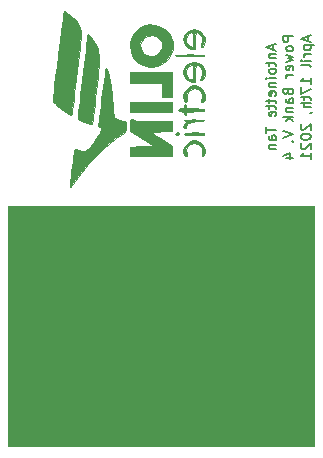
<source format=gbo>
G04 #@! TF.GenerationSoftware,KiCad,Pcbnew,5.1.9-73d0e3b20d~88~ubuntu20.04.1*
G04 #@! TF.CreationDate,2021-04-17T15:17:50-04:00*
G04 #@! TF.ProjectId,Antoinette_PowerBank,416e746f-696e-4657-9474-655f506f7765,rev?*
G04 #@! TF.SameCoordinates,Original*
G04 #@! TF.FileFunction,Legend,Bot*
G04 #@! TF.FilePolarity,Positive*
%FSLAX46Y46*%
G04 Gerber Fmt 4.6, Leading zero omitted, Abs format (unit mm)*
G04 Created by KiCad (PCBNEW 5.1.9-73d0e3b20d~88~ubuntu20.04.1) date 2021-04-17 15:17:50*
%MOMM*%
%LPD*%
G01*
G04 APERTURE LIST*
%ADD10C,0.100000*%
%ADD11C,0.200000*%
%ADD12C,0.010000*%
G04 APERTURE END LIST*
D10*
G36*
X98044000Y-71628000D02*
G01*
X72136000Y-71628000D01*
X72136000Y-51308000D01*
X98044000Y-51308000D01*
X98044000Y-71628000D01*
G37*
X98044000Y-71628000D02*
X72136000Y-71628000D01*
X72136000Y-51308000D01*
X98044000Y-51308000D01*
X98044000Y-71628000D01*
D11*
X94538966Y-37642957D02*
X94538966Y-38047719D01*
X94781823Y-37562004D02*
X93931823Y-37845338D01*
X94781823Y-38128671D01*
X94215157Y-38412004D02*
X94781823Y-38412004D01*
X94296109Y-38412004D02*
X94255633Y-38452480D01*
X94215157Y-38533433D01*
X94215157Y-38654861D01*
X94255633Y-38735814D01*
X94336585Y-38776290D01*
X94781823Y-38776290D01*
X94215157Y-39059623D02*
X94215157Y-39383433D01*
X93931823Y-39181052D02*
X94660395Y-39181052D01*
X94741347Y-39221528D01*
X94781823Y-39302480D01*
X94781823Y-39383433D01*
X94781823Y-39788195D02*
X94741347Y-39707242D01*
X94700871Y-39666766D01*
X94619919Y-39626290D01*
X94377061Y-39626290D01*
X94296109Y-39666766D01*
X94255633Y-39707242D01*
X94215157Y-39788195D01*
X94215157Y-39909623D01*
X94255633Y-39990576D01*
X94296109Y-40031052D01*
X94377061Y-40071528D01*
X94619919Y-40071528D01*
X94700871Y-40031052D01*
X94741347Y-39990576D01*
X94781823Y-39909623D01*
X94781823Y-39788195D01*
X94781823Y-40435814D02*
X94215157Y-40435814D01*
X93931823Y-40435814D02*
X93972300Y-40395338D01*
X94012776Y-40435814D01*
X93972300Y-40476290D01*
X93931823Y-40435814D01*
X94012776Y-40435814D01*
X94215157Y-40840576D02*
X94781823Y-40840576D01*
X94296109Y-40840576D02*
X94255633Y-40881052D01*
X94215157Y-40962004D01*
X94215157Y-41083433D01*
X94255633Y-41164385D01*
X94336585Y-41204861D01*
X94781823Y-41204861D01*
X94741347Y-41933433D02*
X94781823Y-41852480D01*
X94781823Y-41690576D01*
X94741347Y-41609623D01*
X94660395Y-41569147D01*
X94336585Y-41569147D01*
X94255633Y-41609623D01*
X94215157Y-41690576D01*
X94215157Y-41852480D01*
X94255633Y-41933433D01*
X94336585Y-41973909D01*
X94417538Y-41973909D01*
X94498490Y-41569147D01*
X94215157Y-42216766D02*
X94215157Y-42540576D01*
X93931823Y-42338195D02*
X94660395Y-42338195D01*
X94741347Y-42378671D01*
X94781823Y-42459623D01*
X94781823Y-42540576D01*
X94215157Y-42702480D02*
X94215157Y-43026290D01*
X93931823Y-42823909D02*
X94660395Y-42823909D01*
X94741347Y-42864385D01*
X94781823Y-42945338D01*
X94781823Y-43026290D01*
X94741347Y-43633433D02*
X94781823Y-43552480D01*
X94781823Y-43390576D01*
X94741347Y-43309623D01*
X94660395Y-43269147D01*
X94336585Y-43269147D01*
X94255633Y-43309623D01*
X94215157Y-43390576D01*
X94215157Y-43552480D01*
X94255633Y-43633433D01*
X94336585Y-43673909D01*
X94417538Y-43673909D01*
X94498490Y-43269147D01*
X93931823Y-44564385D02*
X93931823Y-45050100D01*
X94781823Y-44807242D02*
X93931823Y-44807242D01*
X94781823Y-45697719D02*
X94336585Y-45697719D01*
X94255633Y-45657242D01*
X94215157Y-45576290D01*
X94215157Y-45414385D01*
X94255633Y-45333433D01*
X94741347Y-45697719D02*
X94781823Y-45616766D01*
X94781823Y-45414385D01*
X94741347Y-45333433D01*
X94660395Y-45292957D01*
X94579442Y-45292957D01*
X94498490Y-45333433D01*
X94458014Y-45414385D01*
X94458014Y-45616766D01*
X94417538Y-45697719D01*
X94215157Y-46102480D02*
X94781823Y-46102480D01*
X94296109Y-46102480D02*
X94255633Y-46142957D01*
X94215157Y-46223909D01*
X94215157Y-46345338D01*
X94255633Y-46426290D01*
X94336585Y-46466766D01*
X94781823Y-46466766D01*
X96256823Y-36914385D02*
X95406823Y-36914385D01*
X95406823Y-37238195D01*
X95447300Y-37319147D01*
X95487776Y-37359623D01*
X95568728Y-37400100D01*
X95690157Y-37400100D01*
X95771109Y-37359623D01*
X95811585Y-37319147D01*
X95852061Y-37238195D01*
X95852061Y-36914385D01*
X96256823Y-37885814D02*
X96216347Y-37804861D01*
X96175871Y-37764385D01*
X96094919Y-37723909D01*
X95852061Y-37723909D01*
X95771109Y-37764385D01*
X95730633Y-37804861D01*
X95690157Y-37885814D01*
X95690157Y-38007242D01*
X95730633Y-38088195D01*
X95771109Y-38128671D01*
X95852061Y-38169147D01*
X96094919Y-38169147D01*
X96175871Y-38128671D01*
X96216347Y-38088195D01*
X96256823Y-38007242D01*
X96256823Y-37885814D01*
X95690157Y-38452480D02*
X96256823Y-38614385D01*
X95852061Y-38776290D01*
X96256823Y-38938195D01*
X95690157Y-39100100D01*
X96216347Y-39747719D02*
X96256823Y-39666766D01*
X96256823Y-39504861D01*
X96216347Y-39423909D01*
X96135395Y-39383433D01*
X95811585Y-39383433D01*
X95730633Y-39423909D01*
X95690157Y-39504861D01*
X95690157Y-39666766D01*
X95730633Y-39747719D01*
X95811585Y-39788195D01*
X95892538Y-39788195D01*
X95973490Y-39383433D01*
X96256823Y-40152480D02*
X95690157Y-40152480D01*
X95852061Y-40152480D02*
X95771109Y-40192957D01*
X95730633Y-40233433D01*
X95690157Y-40314385D01*
X95690157Y-40395338D01*
X95811585Y-41609623D02*
X95852061Y-41731052D01*
X95892538Y-41771528D01*
X95973490Y-41812004D01*
X96094919Y-41812004D01*
X96175871Y-41771528D01*
X96216347Y-41731052D01*
X96256823Y-41650100D01*
X96256823Y-41326290D01*
X95406823Y-41326290D01*
X95406823Y-41609623D01*
X95447300Y-41690576D01*
X95487776Y-41731052D01*
X95568728Y-41771528D01*
X95649680Y-41771528D01*
X95730633Y-41731052D01*
X95771109Y-41690576D01*
X95811585Y-41609623D01*
X95811585Y-41326290D01*
X96256823Y-42540576D02*
X95811585Y-42540576D01*
X95730633Y-42500100D01*
X95690157Y-42419147D01*
X95690157Y-42257242D01*
X95730633Y-42176290D01*
X96216347Y-42540576D02*
X96256823Y-42459623D01*
X96256823Y-42257242D01*
X96216347Y-42176290D01*
X96135395Y-42135814D01*
X96054442Y-42135814D01*
X95973490Y-42176290D01*
X95933014Y-42257242D01*
X95933014Y-42459623D01*
X95892538Y-42540576D01*
X95690157Y-42945338D02*
X96256823Y-42945338D01*
X95771109Y-42945338D02*
X95730633Y-42985814D01*
X95690157Y-43066766D01*
X95690157Y-43188195D01*
X95730633Y-43269147D01*
X95811585Y-43309623D01*
X96256823Y-43309623D01*
X96256823Y-43714385D02*
X95406823Y-43714385D01*
X95933014Y-43795338D02*
X96256823Y-44038195D01*
X95690157Y-44038195D02*
X96013966Y-43714385D01*
X95406823Y-44928671D02*
X96256823Y-45212004D01*
X95406823Y-45495338D01*
X96175871Y-45778671D02*
X96216347Y-45819147D01*
X96256823Y-45778671D01*
X96216347Y-45738195D01*
X96175871Y-45778671D01*
X96256823Y-45778671D01*
X95690157Y-47195338D02*
X96256823Y-47195338D01*
X95366347Y-46992957D02*
X95973490Y-46790576D01*
X95973490Y-47316766D01*
X97488966Y-36894147D02*
X97488966Y-37298909D01*
X97731823Y-36813195D02*
X96881823Y-37096528D01*
X97731823Y-37379861D01*
X97165157Y-37663195D02*
X98015157Y-37663195D01*
X97205633Y-37663195D02*
X97165157Y-37744147D01*
X97165157Y-37906052D01*
X97205633Y-37987004D01*
X97246109Y-38027480D01*
X97327061Y-38067957D01*
X97569919Y-38067957D01*
X97650871Y-38027480D01*
X97691347Y-37987004D01*
X97731823Y-37906052D01*
X97731823Y-37744147D01*
X97691347Y-37663195D01*
X97731823Y-38432242D02*
X97165157Y-38432242D01*
X97327061Y-38432242D02*
X97246109Y-38472719D01*
X97205633Y-38513195D01*
X97165157Y-38594147D01*
X97165157Y-38675100D01*
X97731823Y-38958433D02*
X97165157Y-38958433D01*
X96881823Y-38958433D02*
X96922300Y-38917957D01*
X96962776Y-38958433D01*
X96922300Y-38998909D01*
X96881823Y-38958433D01*
X96962776Y-38958433D01*
X97731823Y-39484623D02*
X97691347Y-39403671D01*
X97610395Y-39363195D01*
X96881823Y-39363195D01*
X97731823Y-40901290D02*
X97731823Y-40415576D01*
X97731823Y-40658433D02*
X96881823Y-40658433D01*
X97003252Y-40577480D01*
X97084204Y-40496528D01*
X97124680Y-40415576D01*
X96881823Y-41184623D02*
X96881823Y-41751290D01*
X97731823Y-41387004D01*
X97165157Y-41953671D02*
X97165157Y-42277480D01*
X96881823Y-42075100D02*
X97610395Y-42075100D01*
X97691347Y-42115576D01*
X97731823Y-42196528D01*
X97731823Y-42277480D01*
X97731823Y-42560814D02*
X96881823Y-42560814D01*
X97731823Y-42925100D02*
X97286585Y-42925100D01*
X97205633Y-42884623D01*
X97165157Y-42803671D01*
X97165157Y-42682242D01*
X97205633Y-42601290D01*
X97246109Y-42560814D01*
X97691347Y-43370338D02*
X97731823Y-43370338D01*
X97812776Y-43329861D01*
X97853252Y-43289385D01*
X96962776Y-44341766D02*
X96922300Y-44382242D01*
X96881823Y-44463195D01*
X96881823Y-44665576D01*
X96922300Y-44746528D01*
X96962776Y-44787004D01*
X97043728Y-44827480D01*
X97124680Y-44827480D01*
X97246109Y-44787004D01*
X97731823Y-44301290D01*
X97731823Y-44827480D01*
X96881823Y-45353671D02*
X96881823Y-45434623D01*
X96922300Y-45515576D01*
X96962776Y-45556052D01*
X97043728Y-45596528D01*
X97205633Y-45637004D01*
X97408014Y-45637004D01*
X97569919Y-45596528D01*
X97650871Y-45556052D01*
X97691347Y-45515576D01*
X97731823Y-45434623D01*
X97731823Y-45353671D01*
X97691347Y-45272719D01*
X97650871Y-45232242D01*
X97569919Y-45191766D01*
X97408014Y-45151290D01*
X97205633Y-45151290D01*
X97043728Y-45191766D01*
X96962776Y-45232242D01*
X96922300Y-45272719D01*
X96881823Y-45353671D01*
X96962776Y-45960814D02*
X96922300Y-46001290D01*
X96881823Y-46082242D01*
X96881823Y-46284623D01*
X96922300Y-46365576D01*
X96962776Y-46406052D01*
X97043728Y-46446528D01*
X97124680Y-46446528D01*
X97246109Y-46406052D01*
X97731823Y-45920338D01*
X97731823Y-46446528D01*
X97731823Y-47256052D02*
X97731823Y-46770338D01*
X97731823Y-47013195D02*
X96881823Y-47013195D01*
X97003252Y-46932242D01*
X97084204Y-46851290D01*
X97124680Y-46770338D01*
D12*
G36*
X86978934Y-37276732D02*
G01*
X87093067Y-37622509D01*
X87312087Y-37875809D01*
X87604444Y-38005164D01*
X87719388Y-38015333D01*
X87968667Y-38015333D01*
X87968667Y-37295667D01*
X87980317Y-36899570D01*
X88021379Y-36660076D01*
X88101013Y-36565671D01*
X88228384Y-36604839D01*
X88400119Y-36753452D01*
X88521888Y-36985004D01*
X88542331Y-37301081D01*
X88459276Y-37648942D01*
X88438977Y-37697833D01*
X88424126Y-37819144D01*
X88505962Y-37846000D01*
X88620792Y-37767320D01*
X88718556Y-37554893D01*
X88726215Y-37528500D01*
X88792132Y-37268374D01*
X88802217Y-37097496D01*
X88749136Y-36942876D01*
X88650214Y-36771903D01*
X88422892Y-36493655D01*
X88142159Y-36353512D01*
X87838766Y-36322000D01*
X87643122Y-36349684D01*
X87643122Y-36576000D01*
X87723363Y-36594661D01*
X87770469Y-36673661D01*
X87792935Y-36847525D01*
X87799253Y-37150776D01*
X87799333Y-37211000D01*
X87794637Y-37514550D01*
X87782214Y-37739090D01*
X87764565Y-37843233D01*
X87760984Y-37846000D01*
X87664183Y-37814619D01*
X87504954Y-37746818D01*
X87314076Y-37585471D01*
X87215274Y-37349515D01*
X87203139Y-37084777D01*
X87272264Y-36837083D01*
X87417241Y-36652261D01*
X87632661Y-36576136D01*
X87643122Y-36576000D01*
X87643122Y-36349684D01*
X87597962Y-36356075D01*
X87382735Y-36480793D01*
X87229702Y-36620697D01*
X87050198Y-36817031D01*
X86971671Y-36975944D01*
X86966371Y-37170032D01*
X86978934Y-37276732D01*
G37*
X86978934Y-37276732D02*
X87093067Y-37622509D01*
X87312087Y-37875809D01*
X87604444Y-38005164D01*
X87719388Y-38015333D01*
X87968667Y-38015333D01*
X87968667Y-37295667D01*
X87980317Y-36899570D01*
X88021379Y-36660076D01*
X88101013Y-36565671D01*
X88228384Y-36604839D01*
X88400119Y-36753452D01*
X88521888Y-36985004D01*
X88542331Y-37301081D01*
X88459276Y-37648942D01*
X88438977Y-37697833D01*
X88424126Y-37819144D01*
X88505962Y-37846000D01*
X88620792Y-37767320D01*
X88718556Y-37554893D01*
X88726215Y-37528500D01*
X88792132Y-37268374D01*
X88802217Y-37097496D01*
X88749136Y-36942876D01*
X88650214Y-36771903D01*
X88422892Y-36493655D01*
X88142159Y-36353512D01*
X87838766Y-36322000D01*
X87643122Y-36349684D01*
X87643122Y-36576000D01*
X87723363Y-36594661D01*
X87770469Y-36673661D01*
X87792935Y-36847525D01*
X87799253Y-37150776D01*
X87799333Y-37211000D01*
X87794637Y-37514550D01*
X87782214Y-37739090D01*
X87764565Y-37843233D01*
X87760984Y-37846000D01*
X87664183Y-37814619D01*
X87504954Y-37746818D01*
X87314076Y-37585471D01*
X87215274Y-37349515D01*
X87203139Y-37084777D01*
X87272264Y-36837083D01*
X87417241Y-36652261D01*
X87632661Y-36576136D01*
X87643122Y-36576000D01*
X87643122Y-36349684D01*
X87597962Y-36356075D01*
X87382735Y-36480793D01*
X87229702Y-36620697D01*
X87050198Y-36817031D01*
X86971671Y-36975944D01*
X86966371Y-37170032D01*
X86978934Y-37276732D01*
G36*
X87022188Y-40231462D02*
G01*
X87197753Y-40479339D01*
X87430749Y-40685677D01*
X87672244Y-40800224D01*
X87748533Y-40809333D01*
X87968667Y-40809333D01*
X87968667Y-40047333D01*
X87978109Y-39660814D01*
X88004977Y-39401656D01*
X88047079Y-39288716D01*
X88057182Y-39285333D01*
X88172111Y-39340402D01*
X88334840Y-39474820D01*
X88353515Y-39493151D01*
X88521031Y-39770528D01*
X88556931Y-40097349D01*
X88456221Y-40410624D01*
X88429532Y-40451828D01*
X88345174Y-40587681D01*
X88366057Y-40635162D01*
X88433852Y-40640000D01*
X88544565Y-40568132D01*
X88666142Y-40392418D01*
X88766064Y-40172691D01*
X88811810Y-39968788D01*
X88812019Y-39944219D01*
X88777827Y-39797352D01*
X88698737Y-39582977D01*
X88687774Y-39557331D01*
X88490025Y-39277364D01*
X88218379Y-39118636D01*
X87907520Y-39072448D01*
X87692948Y-39111673D01*
X87692948Y-39290495D01*
X87762950Y-39401388D01*
X87794319Y-39659088D01*
X87799333Y-39920333D01*
X87794742Y-40246512D01*
X87775308Y-40438001D01*
X87732538Y-40529325D01*
X87657937Y-40555008D01*
X87643122Y-40555333D01*
X87424172Y-40483308D01*
X87272701Y-40298125D01*
X87199314Y-40046124D01*
X87214617Y-39773643D01*
X87329217Y-39527022D01*
X87391965Y-39457965D01*
X87573043Y-39313618D01*
X87692948Y-39290495D01*
X87692948Y-39111673D01*
X87592137Y-39130103D01*
X87306916Y-39282905D01*
X87086544Y-39522155D01*
X86965708Y-39839158D01*
X86952983Y-39992300D01*
X87022188Y-40231462D01*
G37*
X87022188Y-40231462D02*
X87197753Y-40479339D01*
X87430749Y-40685677D01*
X87672244Y-40800224D01*
X87748533Y-40809333D01*
X87968667Y-40809333D01*
X87968667Y-40047333D01*
X87978109Y-39660814D01*
X88004977Y-39401656D01*
X88047079Y-39288716D01*
X88057182Y-39285333D01*
X88172111Y-39340402D01*
X88334840Y-39474820D01*
X88353515Y-39493151D01*
X88521031Y-39770528D01*
X88556931Y-40097349D01*
X88456221Y-40410624D01*
X88429532Y-40451828D01*
X88345174Y-40587681D01*
X88366057Y-40635162D01*
X88433852Y-40640000D01*
X88544565Y-40568132D01*
X88666142Y-40392418D01*
X88766064Y-40172691D01*
X88811810Y-39968788D01*
X88812019Y-39944219D01*
X88777827Y-39797352D01*
X88698737Y-39582977D01*
X88687774Y-39557331D01*
X88490025Y-39277364D01*
X88218379Y-39118636D01*
X87907520Y-39072448D01*
X87692948Y-39111673D01*
X87692948Y-39290495D01*
X87762950Y-39401388D01*
X87794319Y-39659088D01*
X87799333Y-39920333D01*
X87794742Y-40246512D01*
X87775308Y-40438001D01*
X87732538Y-40529325D01*
X87657937Y-40555008D01*
X87643122Y-40555333D01*
X87424172Y-40483308D01*
X87272701Y-40298125D01*
X87199314Y-40046124D01*
X87214617Y-39773643D01*
X87329217Y-39527022D01*
X87391965Y-39457965D01*
X87573043Y-39313618D01*
X87692948Y-39290495D01*
X87692948Y-39111673D01*
X87592137Y-39130103D01*
X87306916Y-39282905D01*
X87086544Y-39522155D01*
X86965708Y-39839158D01*
X86952983Y-39992300D01*
X87022188Y-40231462D01*
G36*
X87008103Y-42257472D02*
G01*
X87024880Y-42297479D01*
X87129377Y-42469686D01*
X87203815Y-42482879D01*
X87237854Y-42346226D01*
X87227187Y-42118105D01*
X87247098Y-41751473D01*
X87394694Y-41490150D01*
X87661185Y-41344713D01*
X87892613Y-41317333D01*
X88198594Y-41390231D01*
X88424038Y-41582048D01*
X88546015Y-41852470D01*
X88541593Y-42161182D01*
X88473688Y-42338899D01*
X88429852Y-42466585D01*
X88503469Y-42502589D01*
X88511024Y-42502667D01*
X88624308Y-42479694D01*
X88695119Y-42381763D01*
X88751985Y-42165352D01*
X88760744Y-42121667D01*
X88760801Y-41851011D01*
X88694688Y-41603363D01*
X88473809Y-41284043D01*
X88157645Y-41103458D01*
X87871657Y-41063333D01*
X87533558Y-41136719D01*
X87251786Y-41331255D01*
X87052707Y-41608512D01*
X86962690Y-41930061D01*
X87008103Y-42257472D01*
G37*
X87008103Y-42257472D02*
X87024880Y-42297479D01*
X87129377Y-42469686D01*
X87203815Y-42482879D01*
X87237854Y-42346226D01*
X87227187Y-42118105D01*
X87247098Y-41751473D01*
X87394694Y-41490150D01*
X87661185Y-41344713D01*
X87892613Y-41317333D01*
X88198594Y-41390231D01*
X88424038Y-41582048D01*
X88546015Y-41852470D01*
X88541593Y-42161182D01*
X88473688Y-42338899D01*
X88429852Y-42466585D01*
X88503469Y-42502589D01*
X88511024Y-42502667D01*
X88624308Y-42479694D01*
X88695119Y-42381763D01*
X88751985Y-42165352D01*
X88760744Y-42121667D01*
X88760801Y-41851011D01*
X88694688Y-41603363D01*
X88473809Y-41284043D01*
X88157645Y-41103458D01*
X87871657Y-41063333D01*
X87533558Y-41136719D01*
X87251786Y-41331255D01*
X87052707Y-41608512D01*
X86962690Y-41930061D01*
X87008103Y-42257472D01*
G36*
X87004058Y-46940742D02*
G01*
X87108136Y-47057504D01*
X87171275Y-47074667D01*
X87247498Y-47021515D01*
X87240969Y-46844796D01*
X87236923Y-46823781D01*
X87224926Y-46452247D01*
X87351616Y-46169546D01*
X87545829Y-46016077D01*
X87868563Y-45929752D01*
X88173873Y-46011327D01*
X88395570Y-46189467D01*
X88520975Y-46367218D01*
X88553097Y-46574118D01*
X88538655Y-46732637D01*
X88530423Y-46968526D01*
X88574818Y-47066729D01*
X88654361Y-47016003D01*
X88732762Y-46857488D01*
X88794192Y-46678672D01*
X88800497Y-46547377D01*
X88746405Y-46383001D01*
X88693674Y-46260029D01*
X88475162Y-45941918D01*
X88159509Y-45761983D01*
X87856694Y-45720000D01*
X87514059Y-45795656D01*
X87231052Y-45996617D01*
X87034919Y-46283876D01*
X86952907Y-46618422D01*
X87004058Y-46940742D01*
G37*
X87004058Y-46940742D02*
X87108136Y-47057504D01*
X87171275Y-47074667D01*
X87247498Y-47021515D01*
X87240969Y-46844796D01*
X87236923Y-46823781D01*
X87224926Y-46452247D01*
X87351616Y-46169546D01*
X87545829Y-46016077D01*
X87868563Y-45929752D01*
X88173873Y-46011327D01*
X88395570Y-46189467D01*
X88520975Y-46367218D01*
X88553097Y-46574118D01*
X88538655Y-46732637D01*
X88530423Y-46968526D01*
X88574818Y-47066729D01*
X88654361Y-47016003D01*
X88732762Y-46857488D01*
X88794192Y-46678672D01*
X88800497Y-46547377D01*
X88746405Y-46383001D01*
X88693674Y-46260029D01*
X88475162Y-45941918D01*
X88159509Y-45761983D01*
X87856694Y-45720000D01*
X87514059Y-45795656D01*
X87231052Y-45996617D01*
X87034919Y-46283876D01*
X86952907Y-46618422D01*
X87004058Y-46940742D01*
G36*
X86357396Y-38558240D02*
G01*
X86593491Y-38584679D01*
X86968484Y-38601606D01*
X87467235Y-38607976D01*
X87503000Y-38608000D01*
X88009154Y-38602340D01*
X88392516Y-38586058D01*
X88637951Y-38560196D01*
X88730321Y-38525800D01*
X88730667Y-38523333D01*
X88648604Y-38488426D01*
X88412508Y-38461987D01*
X88037516Y-38445061D01*
X87538764Y-38438690D01*
X87503000Y-38438667D01*
X86996846Y-38444326D01*
X86613483Y-38460608D01*
X86368048Y-38486470D01*
X86275679Y-38520867D01*
X86275333Y-38523333D01*
X86357396Y-38558240D01*
G37*
X86357396Y-38558240D02*
X86593491Y-38584679D01*
X86968484Y-38601606D01*
X87467235Y-38607976D01*
X87503000Y-38608000D01*
X88009154Y-38602340D01*
X88392516Y-38586058D01*
X88637951Y-38560196D01*
X88730321Y-38525800D01*
X88730667Y-38523333D01*
X88648604Y-38488426D01*
X88412508Y-38461987D01*
X88037516Y-38445061D01*
X87538764Y-38438690D01*
X87503000Y-38438667D01*
X86996846Y-38444326D01*
X86613483Y-38460608D01*
X86368048Y-38486470D01*
X86275679Y-38520867D01*
X86275333Y-38523333D01*
X86357396Y-38558240D01*
G36*
X86605061Y-43238493D02*
G01*
X86783333Y-43264667D01*
X86969253Y-43291277D01*
X87034713Y-43390288D01*
X87037333Y-43434000D01*
X87072789Y-43571580D01*
X87122000Y-43603333D01*
X87190790Y-43532421D01*
X87206667Y-43434000D01*
X87219399Y-43353548D01*
X87279082Y-43303556D01*
X87417946Y-43276863D01*
X87668219Y-43266306D01*
X87968667Y-43264667D01*
X88340416Y-43259717D01*
X88571974Y-43241654D01*
X88692278Y-43205655D01*
X88730265Y-43146896D01*
X88730667Y-43137667D01*
X88700971Y-43075708D01*
X88592594Y-43037115D01*
X88376597Y-43017065D01*
X88024041Y-43010733D01*
X87968667Y-43010667D01*
X87606632Y-43007837D01*
X87381669Y-42994574D01*
X87261550Y-42963715D01*
X87214046Y-42908099D01*
X87206667Y-42841333D01*
X87171210Y-42703753D01*
X87122000Y-42672000D01*
X87053210Y-42742912D01*
X87037333Y-42841333D01*
X86997417Y-42965280D01*
X86848900Y-43008920D01*
X86783333Y-43010667D01*
X86581681Y-43048531D01*
X86529333Y-43137667D01*
X86605061Y-43238493D01*
G37*
X86605061Y-43238493D02*
X86783333Y-43264667D01*
X86969253Y-43291277D01*
X87034713Y-43390288D01*
X87037333Y-43434000D01*
X87072789Y-43571580D01*
X87122000Y-43603333D01*
X87190790Y-43532421D01*
X87206667Y-43434000D01*
X87219399Y-43353548D01*
X87279082Y-43303556D01*
X87417946Y-43276863D01*
X87668219Y-43266306D01*
X87968667Y-43264667D01*
X88340416Y-43259717D01*
X88571974Y-43241654D01*
X88692278Y-43205655D01*
X88730265Y-43146896D01*
X88730667Y-43137667D01*
X88700971Y-43075708D01*
X88592594Y-43037115D01*
X88376597Y-43017065D01*
X88024041Y-43010733D01*
X87968667Y-43010667D01*
X87606632Y-43007837D01*
X87381669Y-42994574D01*
X87261550Y-42963715D01*
X87214046Y-42908099D01*
X87206667Y-42841333D01*
X87171210Y-42703753D01*
X87122000Y-42672000D01*
X87053210Y-42742912D01*
X87037333Y-42841333D01*
X86997417Y-42965280D01*
X86848900Y-43008920D01*
X86783333Y-43010667D01*
X86581681Y-43048531D01*
X86529333Y-43137667D01*
X86605061Y-43238493D01*
G36*
X87041512Y-44699186D02*
G01*
X87079667Y-44704000D01*
X87181909Y-44630562D01*
X87206667Y-44495312D01*
X87249850Y-44317800D01*
X87393382Y-44200483D01*
X87658237Y-44134662D01*
X88065387Y-44111637D01*
X88132434Y-44111333D01*
X88438581Y-44100241D01*
X88650373Y-44070469D01*
X88730653Y-44027277D01*
X88730667Y-44026667D01*
X88650171Y-43987335D01*
X88424950Y-43958898D01*
X88079397Y-43943797D01*
X87884000Y-43942000D01*
X87490680Y-43950049D01*
X87206316Y-43972572D01*
X87055305Y-44007127D01*
X87037333Y-44026667D01*
X87103369Y-44106724D01*
X87135122Y-44111333D01*
X87165390Y-44160241D01*
X87092789Y-44266167D01*
X86979687Y-44449367D01*
X86962086Y-44610675D01*
X87041512Y-44699186D01*
G37*
X87041512Y-44699186D02*
X87079667Y-44704000D01*
X87181909Y-44630562D01*
X87206667Y-44495312D01*
X87249850Y-44317800D01*
X87393382Y-44200483D01*
X87658237Y-44134662D01*
X88065387Y-44111637D01*
X88132434Y-44111333D01*
X88438581Y-44100241D01*
X88650373Y-44070469D01*
X88730653Y-44027277D01*
X88730667Y-44026667D01*
X88650171Y-43987335D01*
X88424950Y-43958898D01*
X88079397Y-43943797D01*
X87884000Y-43942000D01*
X87490680Y-43950049D01*
X87206316Y-43972572D01*
X87055305Y-44007127D01*
X87037333Y-44026667D01*
X87103369Y-44106724D01*
X87135122Y-44111333D01*
X87165390Y-44160241D01*
X87092789Y-44266167D01*
X86979687Y-44449367D01*
X86962086Y-44610675D01*
X87041512Y-44699186D01*
G36*
X87065311Y-45228889D02*
G01*
X87167814Y-45266911D01*
X87372693Y-45287911D01*
X87707801Y-45296065D01*
X87884000Y-45296667D01*
X88278818Y-45292470D01*
X88532300Y-45277094D01*
X88672296Y-45246362D01*
X88726660Y-45196096D01*
X88730667Y-45169667D01*
X88702688Y-45110444D01*
X88600185Y-45072422D01*
X88395306Y-45051422D01*
X88060199Y-45043268D01*
X87884000Y-45042667D01*
X87489182Y-45046863D01*
X87235700Y-45062239D01*
X87095703Y-45092971D01*
X87041340Y-45143237D01*
X87037333Y-45169667D01*
X87065311Y-45228889D01*
G37*
X87065311Y-45228889D02*
X87167814Y-45266911D01*
X87372693Y-45287911D01*
X87707801Y-45296065D01*
X87884000Y-45296667D01*
X88278818Y-45292470D01*
X88532300Y-45277094D01*
X88672296Y-45246362D01*
X88726660Y-45196096D01*
X88730667Y-45169667D01*
X88702688Y-45110444D01*
X88600185Y-45072422D01*
X88395306Y-45051422D01*
X88060199Y-45043268D01*
X87884000Y-45042667D01*
X87489182Y-45046863D01*
X87235700Y-45062239D01*
X87095703Y-45092971D01*
X87041340Y-45143237D01*
X87037333Y-45169667D01*
X87065311Y-45228889D01*
G36*
X86340545Y-45281973D02*
G01*
X86397336Y-45296667D01*
X86535919Y-45249795D01*
X86583024Y-45149767D01*
X86555254Y-45096809D01*
X86420650Y-45041777D01*
X86303001Y-45092380D01*
X86275333Y-45169667D01*
X86340545Y-45281973D01*
G37*
X86340545Y-45281973D02*
X86397336Y-45296667D01*
X86535919Y-45249795D01*
X86583024Y-45149767D01*
X86555254Y-45096809D01*
X86420650Y-45041777D01*
X86303001Y-45092380D01*
X86275333Y-45169667D01*
X86340545Y-45281973D01*
G36*
X82514908Y-38222813D02*
G01*
X82732496Y-38695028D01*
X83070977Y-39073545D01*
X83510581Y-39338600D01*
X84031535Y-39470427D01*
X84243333Y-39481480D01*
X84783242Y-39405133D01*
X85250749Y-39191023D01*
X85628431Y-38861548D01*
X85898863Y-38439105D01*
X86044622Y-37946092D01*
X86048284Y-37404905D01*
X86012543Y-37207260D01*
X85822867Y-36740464D01*
X85502739Y-36358678D01*
X85077555Y-36080685D01*
X84572708Y-35925268D01*
X84305842Y-35903716D01*
X84305842Y-36788824D01*
X84648587Y-36882517D01*
X84931802Y-37087993D01*
X85118604Y-37380004D01*
X85174034Y-37676667D01*
X85129910Y-37893679D01*
X85022581Y-38136227D01*
X85011569Y-38154771D01*
X84770875Y-38411494D01*
X84468149Y-38541106D01*
X84140223Y-38553972D01*
X83823929Y-38460457D01*
X83556100Y-38270927D01*
X83373567Y-37995746D01*
X83312633Y-37676667D01*
X83388651Y-37356623D01*
X83587505Y-37065392D01*
X83865396Y-36861888D01*
X83940447Y-36832162D01*
X84305842Y-36788824D01*
X84305842Y-35903716D01*
X84243333Y-35898667D01*
X83681854Y-35972434D01*
X83205324Y-36183121D01*
X82829912Y-36514808D01*
X82571783Y-36951570D01*
X82447105Y-37477488D01*
X82437985Y-37676667D01*
X82514908Y-38222813D01*
G37*
X82514908Y-38222813D02*
X82732496Y-38695028D01*
X83070977Y-39073545D01*
X83510581Y-39338600D01*
X84031535Y-39470427D01*
X84243333Y-39481480D01*
X84783242Y-39405133D01*
X85250749Y-39191023D01*
X85628431Y-38861548D01*
X85898863Y-38439105D01*
X86044622Y-37946092D01*
X86048284Y-37404905D01*
X86012543Y-37207260D01*
X85822867Y-36740464D01*
X85502739Y-36358678D01*
X85077555Y-36080685D01*
X84572708Y-35925268D01*
X84305842Y-35903716D01*
X84305842Y-36788824D01*
X84648587Y-36882517D01*
X84931802Y-37087993D01*
X85118604Y-37380004D01*
X85174034Y-37676667D01*
X85129910Y-37893679D01*
X85022581Y-38136227D01*
X85011569Y-38154771D01*
X84770875Y-38411494D01*
X84468149Y-38541106D01*
X84140223Y-38553972D01*
X83823929Y-38460457D01*
X83556100Y-38270927D01*
X83373567Y-37995746D01*
X83312633Y-37676667D01*
X83388651Y-37356623D01*
X83587505Y-37065392D01*
X83865396Y-36861888D01*
X83940447Y-36832162D01*
X84305842Y-36788824D01*
X84305842Y-35903716D01*
X84243333Y-35898667D01*
X83681854Y-35972434D01*
X83205324Y-36183121D01*
X82829912Y-36514808D01*
X82571783Y-36951570D01*
X82447105Y-37477488D01*
X82437985Y-37676667D01*
X82514908Y-38222813D01*
G36*
X85174667Y-40894000D02*
G01*
X85174667Y-42079333D01*
X86021333Y-42079333D01*
X86021333Y-39962667D01*
X82465333Y-39962667D01*
X82465333Y-40894000D01*
X85174667Y-40894000D01*
G37*
X85174667Y-40894000D02*
X85174667Y-42079333D01*
X86021333Y-42079333D01*
X86021333Y-39962667D01*
X82465333Y-39962667D01*
X82465333Y-40894000D01*
X85174667Y-40894000D01*
G36*
X86021333Y-43349333D02*
G01*
X86021333Y-42502667D01*
X82465333Y-42502667D01*
X82465333Y-43349333D01*
X86021333Y-43349333D01*
G37*
X86021333Y-43349333D02*
X86021333Y-42502667D01*
X82465333Y-42502667D01*
X82465333Y-43349333D01*
X86021333Y-43349333D01*
G36*
X86021333Y-47074667D02*
G01*
X86018527Y-46185667D01*
X85174667Y-45635333D01*
X84846310Y-45416235D01*
X84577382Y-45227357D01*
X84395780Y-45088958D01*
X84329403Y-45021500D01*
X84407468Y-44994849D01*
X84619085Y-44973705D01*
X84928494Y-44960755D01*
X85174667Y-44958000D01*
X86021333Y-44958000D01*
X86021333Y-44111333D01*
X84471182Y-44111333D01*
X83890305Y-44108605D01*
X83456007Y-44099323D01*
X83145606Y-44081843D01*
X82936421Y-44054521D01*
X82805767Y-44015712D01*
X82756682Y-43987026D01*
X82608617Y-43890437D01*
X82521203Y-43892590D01*
X82478899Y-44014829D01*
X82466163Y-44278494D01*
X82465783Y-44386500D01*
X82466233Y-44915667D01*
X84443739Y-46185667D01*
X83454536Y-46209520D01*
X82465333Y-46233374D01*
X82465333Y-47074667D01*
X86021333Y-47074667D01*
G37*
X86021333Y-47074667D02*
X86018527Y-46185667D01*
X85174667Y-45635333D01*
X84846310Y-45416235D01*
X84577382Y-45227357D01*
X84395780Y-45088958D01*
X84329403Y-45021500D01*
X84407468Y-44994849D01*
X84619085Y-44973705D01*
X84928494Y-44960755D01*
X85174667Y-44958000D01*
X86021333Y-44958000D01*
X86021333Y-44111333D01*
X84471182Y-44111333D01*
X83890305Y-44108605D01*
X83456007Y-44099323D01*
X83145606Y-44081843D01*
X82936421Y-44054521D01*
X82805767Y-44015712D01*
X82756682Y-43987026D01*
X82608617Y-43890437D01*
X82521203Y-43892590D01*
X82478899Y-44014829D01*
X82466163Y-44278494D01*
X82465783Y-44386500D01*
X82466233Y-44915667D01*
X84443739Y-46185667D01*
X83454536Y-46209520D01*
X82465333Y-46233374D01*
X82465333Y-47074667D01*
X86021333Y-47074667D01*
G36*
X77354377Y-49696599D02*
G01*
X77424504Y-49673105D01*
X77471988Y-49608106D01*
X77580647Y-49443449D01*
X77773740Y-49178865D01*
X78027520Y-48844698D01*
X78318236Y-48471291D01*
X78622142Y-48088988D01*
X78915489Y-47728132D01*
X79174528Y-47419067D01*
X79282082Y-47295336D01*
X79718121Y-46834737D01*
X80222078Y-46354574D01*
X80749107Y-45894255D01*
X81254360Y-45493185D01*
X81638076Y-45225182D01*
X81894949Y-45055910D01*
X82040184Y-44929719D01*
X82105801Y-44800051D01*
X82123824Y-44620346D01*
X82124909Y-44517336D01*
X82118537Y-44274517D01*
X82075042Y-44149581D01*
X81962075Y-44091149D01*
X81840320Y-44065287D01*
X81554638Y-43978687D01*
X81302023Y-43858348D01*
X81195028Y-43788123D01*
X81121608Y-43709782D01*
X81072917Y-43590623D01*
X81040112Y-43397940D01*
X81014348Y-43099032D01*
X80989240Y-42701731D01*
X80952968Y-42226490D01*
X80903220Y-41738073D01*
X80847438Y-41303772D01*
X80808237Y-41065095D01*
X80724343Y-40658092D01*
X80633321Y-40273536D01*
X80544025Y-39942876D01*
X80465311Y-39697564D01*
X80406032Y-39569049D01*
X80384470Y-39559974D01*
X80366793Y-39647899D01*
X80332157Y-39878412D01*
X80283797Y-40225973D01*
X80224949Y-40665043D01*
X80158848Y-41170086D01*
X80088729Y-41715561D01*
X80017827Y-42275932D01*
X79949376Y-42825660D01*
X79886613Y-43339206D01*
X79832773Y-43791032D01*
X79791090Y-44155599D01*
X79764799Y-44407370D01*
X79756972Y-44513500D01*
X79824223Y-44607190D01*
X79883000Y-44619333D01*
X79986940Y-44678619D01*
X79983471Y-44845574D01*
X79880470Y-45103839D01*
X79685819Y-45437059D01*
X79407396Y-45828878D01*
X79140479Y-46160696D01*
X78871776Y-46444276D01*
X78639598Y-46591763D01*
X78403097Y-46617685D01*
X78121428Y-46536572D01*
X78104025Y-46529382D01*
X77895228Y-46454428D01*
X77761186Y-46429160D01*
X77743103Y-46434675D01*
X77717573Y-46530591D01*
X77678881Y-46761773D01*
X77630816Y-47096434D01*
X77577165Y-47502783D01*
X77521718Y-47949033D01*
X77468263Y-48403393D01*
X77420587Y-48834076D01*
X77382480Y-49209292D01*
X77357729Y-49497253D01*
X77350122Y-49666169D01*
X77354377Y-49696599D01*
G37*
X77354377Y-49696599D02*
X77424504Y-49673105D01*
X77471988Y-49608106D01*
X77580647Y-49443449D01*
X77773740Y-49178865D01*
X78027520Y-48844698D01*
X78318236Y-48471291D01*
X78622142Y-48088988D01*
X78915489Y-47728132D01*
X79174528Y-47419067D01*
X79282082Y-47295336D01*
X79718121Y-46834737D01*
X80222078Y-46354574D01*
X80749107Y-45894255D01*
X81254360Y-45493185D01*
X81638076Y-45225182D01*
X81894949Y-45055910D01*
X82040184Y-44929719D01*
X82105801Y-44800051D01*
X82123824Y-44620346D01*
X82124909Y-44517336D01*
X82118537Y-44274517D01*
X82075042Y-44149581D01*
X81962075Y-44091149D01*
X81840320Y-44065287D01*
X81554638Y-43978687D01*
X81302023Y-43858348D01*
X81195028Y-43788123D01*
X81121608Y-43709782D01*
X81072917Y-43590623D01*
X81040112Y-43397940D01*
X81014348Y-43099032D01*
X80989240Y-42701731D01*
X80952968Y-42226490D01*
X80903220Y-41738073D01*
X80847438Y-41303772D01*
X80808237Y-41065095D01*
X80724343Y-40658092D01*
X80633321Y-40273536D01*
X80544025Y-39942876D01*
X80465311Y-39697564D01*
X80406032Y-39569049D01*
X80384470Y-39559974D01*
X80366793Y-39647899D01*
X80332157Y-39878412D01*
X80283797Y-40225973D01*
X80224949Y-40665043D01*
X80158848Y-41170086D01*
X80088729Y-41715561D01*
X80017827Y-42275932D01*
X79949376Y-42825660D01*
X79886613Y-43339206D01*
X79832773Y-43791032D01*
X79791090Y-44155599D01*
X79764799Y-44407370D01*
X79756972Y-44513500D01*
X79824223Y-44607190D01*
X79883000Y-44619333D01*
X79986940Y-44678619D01*
X79983471Y-44845574D01*
X79880470Y-45103839D01*
X79685819Y-45437059D01*
X79407396Y-45828878D01*
X79140479Y-46160696D01*
X78871776Y-46444276D01*
X78639598Y-46591763D01*
X78403097Y-46617685D01*
X78121428Y-46536572D01*
X78104025Y-46529382D01*
X77895228Y-46454428D01*
X77761186Y-46429160D01*
X77743103Y-46434675D01*
X77717573Y-46530591D01*
X77678881Y-46761773D01*
X77630816Y-47096434D01*
X77577165Y-47502783D01*
X77521718Y-47949033D01*
X77468263Y-48403393D01*
X77420587Y-48834076D01*
X77382480Y-49209292D01*
X77357729Y-49497253D01*
X77350122Y-49666169D01*
X77354377Y-49696599D01*
G36*
X78031913Y-43892802D02*
G01*
X78137066Y-43975139D01*
X78348868Y-44071420D01*
X78568928Y-44158879D01*
X78858895Y-44265412D01*
X79083223Y-44334297D01*
X79200282Y-44353052D01*
X79206761Y-44350128D01*
X79233006Y-44251671D01*
X79273256Y-44009295D01*
X79324692Y-43647576D01*
X79384500Y-43191090D01*
X79449862Y-42664413D01*
X79517961Y-42092122D01*
X79585982Y-41498793D01*
X79651107Y-40909002D01*
X79710521Y-40347325D01*
X79761405Y-39838339D01*
X79800945Y-39406620D01*
X79826323Y-39076745D01*
X79834722Y-38873289D01*
X79834701Y-38870971D01*
X79813583Y-38522645D01*
X79764976Y-38193353D01*
X79714292Y-38000403D01*
X79606687Y-37758807D01*
X79454175Y-37477661D01*
X79282068Y-37196480D01*
X79115676Y-36954781D01*
X78980312Y-36792081D01*
X78910385Y-36745333D01*
X78834797Y-36814084D01*
X78824667Y-36875091D01*
X78814865Y-36988124D01*
X78787234Y-37246840D01*
X78744435Y-37628831D01*
X78689130Y-38111690D01*
X78623979Y-38673010D01*
X78551643Y-39290384D01*
X78474784Y-39941406D01*
X78396064Y-40603667D01*
X78318142Y-41254762D01*
X78243681Y-41872284D01*
X78175342Y-42433825D01*
X78115785Y-42916978D01*
X78067673Y-43299337D01*
X78033665Y-43558494D01*
X78019029Y-43658462D01*
X78002777Y-43796534D01*
X78031913Y-43892802D01*
G37*
X78031913Y-43892802D02*
X78137066Y-43975139D01*
X78348868Y-44071420D01*
X78568928Y-44158879D01*
X78858895Y-44265412D01*
X79083223Y-44334297D01*
X79200282Y-44353052D01*
X79206761Y-44350128D01*
X79233006Y-44251671D01*
X79273256Y-44009295D01*
X79324692Y-43647576D01*
X79384500Y-43191090D01*
X79449862Y-42664413D01*
X79517961Y-42092122D01*
X79585982Y-41498793D01*
X79651107Y-40909002D01*
X79710521Y-40347325D01*
X79761405Y-39838339D01*
X79800945Y-39406620D01*
X79826323Y-39076745D01*
X79834722Y-38873289D01*
X79834701Y-38870971D01*
X79813583Y-38522645D01*
X79764976Y-38193353D01*
X79714292Y-38000403D01*
X79606687Y-37758807D01*
X79454175Y-37477661D01*
X79282068Y-37196480D01*
X79115676Y-36954781D01*
X78980312Y-36792081D01*
X78910385Y-36745333D01*
X78834797Y-36814084D01*
X78824667Y-36875091D01*
X78814865Y-36988124D01*
X78787234Y-37246840D01*
X78744435Y-37628831D01*
X78689130Y-38111690D01*
X78623979Y-38673010D01*
X78551643Y-39290384D01*
X78474784Y-39941406D01*
X78396064Y-40603667D01*
X78318142Y-41254762D01*
X78243681Y-41872284D01*
X78175342Y-42433825D01*
X78115785Y-42916978D01*
X78067673Y-43299337D01*
X78033665Y-43558494D01*
X78019029Y-43658462D01*
X78002777Y-43796534D01*
X78031913Y-43892802D01*
G36*
X75950652Y-42421714D02*
G01*
X75958759Y-42451891D01*
X76064647Y-42583918D01*
X76272119Y-42777626D01*
X76541552Y-43001239D01*
X76833321Y-43222978D01*
X77107804Y-43411068D01*
X77280756Y-43512106D01*
X77433610Y-43567878D01*
X77502795Y-43516600D01*
X77508485Y-43501151D01*
X77527895Y-43389061D01*
X77563563Y-43131022D01*
X77612865Y-42749360D01*
X77673178Y-42266402D01*
X77741877Y-41704476D01*
X77816340Y-41085909D01*
X77893941Y-40433028D01*
X77972058Y-39768161D01*
X78048067Y-39113635D01*
X78119343Y-38491776D01*
X78183264Y-37924914D01*
X78237204Y-37435374D01*
X78278542Y-37045484D01*
X78304652Y-36777571D01*
X78312950Y-36655454D01*
X78281649Y-36436086D01*
X78209994Y-36172188D01*
X78198902Y-36140153D01*
X78074240Y-35865705D01*
X77921615Y-35619308D01*
X77911783Y-35606558D01*
X77770920Y-35454322D01*
X77566611Y-35264196D01*
X77335234Y-35066058D01*
X77113168Y-34889783D01*
X76936793Y-34765249D01*
X76842488Y-34722333D01*
X76837860Y-34724584D01*
X76821224Y-34812546D01*
X76786311Y-35051581D01*
X76735351Y-35424673D01*
X76670570Y-35914808D01*
X76594200Y-36504971D01*
X76508468Y-37178147D01*
X76415602Y-37917320D01*
X76341319Y-38515240D01*
X76219428Y-39514667D01*
X76120809Y-40354161D01*
X76044715Y-41041410D01*
X75990400Y-41584102D01*
X75957115Y-41989925D01*
X75944115Y-42266566D01*
X75950652Y-42421714D01*
G37*
X75950652Y-42421714D02*
X75958759Y-42451891D01*
X76064647Y-42583918D01*
X76272119Y-42777626D01*
X76541552Y-43001239D01*
X76833321Y-43222978D01*
X77107804Y-43411068D01*
X77280756Y-43512106D01*
X77433610Y-43567878D01*
X77502795Y-43516600D01*
X77508485Y-43501151D01*
X77527895Y-43389061D01*
X77563563Y-43131022D01*
X77612865Y-42749360D01*
X77673178Y-42266402D01*
X77741877Y-41704476D01*
X77816340Y-41085909D01*
X77893941Y-40433028D01*
X77972058Y-39768161D01*
X78048067Y-39113635D01*
X78119343Y-38491776D01*
X78183264Y-37924914D01*
X78237204Y-37435374D01*
X78278542Y-37045484D01*
X78304652Y-36777571D01*
X78312950Y-36655454D01*
X78281649Y-36436086D01*
X78209994Y-36172188D01*
X78198902Y-36140153D01*
X78074240Y-35865705D01*
X77921615Y-35619308D01*
X77911783Y-35606558D01*
X77770920Y-35454322D01*
X77566611Y-35264196D01*
X77335234Y-35066058D01*
X77113168Y-34889783D01*
X76936793Y-34765249D01*
X76842488Y-34722333D01*
X76837860Y-34724584D01*
X76821224Y-34812546D01*
X76786311Y-35051581D01*
X76735351Y-35424673D01*
X76670570Y-35914808D01*
X76594200Y-36504971D01*
X76508468Y-37178147D01*
X76415602Y-37917320D01*
X76341319Y-38515240D01*
X76219428Y-39514667D01*
X76120809Y-40354161D01*
X76044715Y-41041410D01*
X75990400Y-41584102D01*
X75957115Y-41989925D01*
X75944115Y-42266566D01*
X75950652Y-42421714D01*
M02*

</source>
